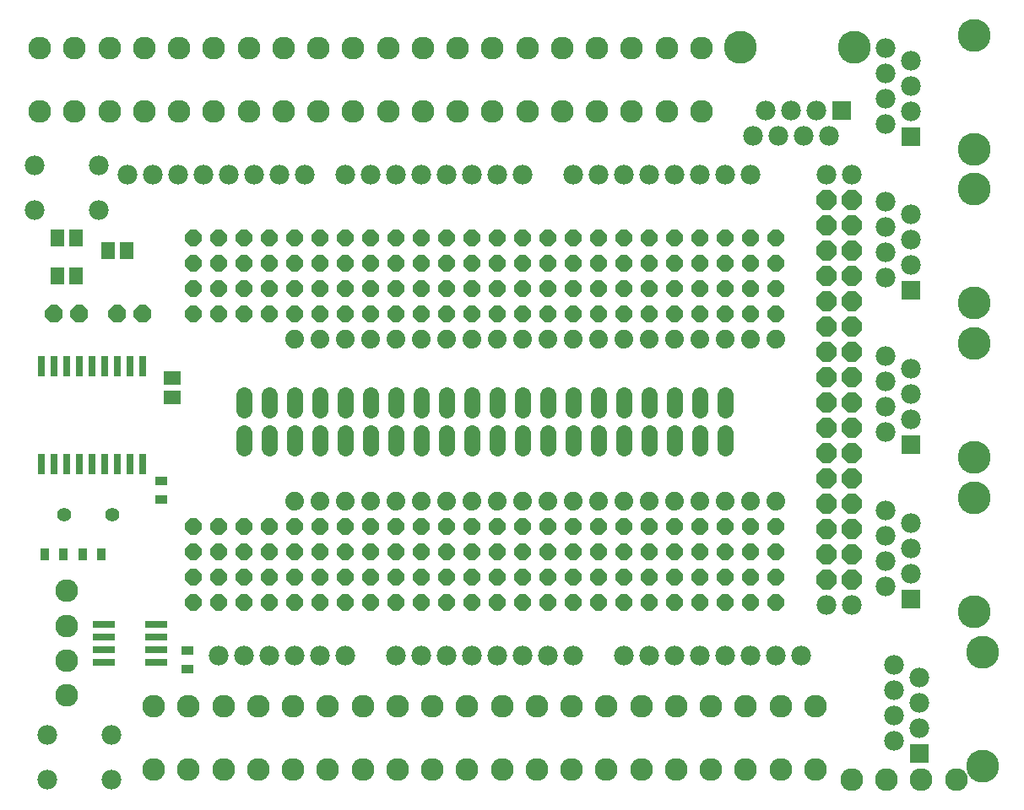
<source format=gbs>
G75*
%MOIN*%
%OFA0B0*%
%FSLAX25Y25*%
%IPPOS*%
%LPD*%
%AMOC8*
5,1,8,0,0,1.08239X$1,22.5*
%
%ADD10C,0.06400*%
%ADD11R,0.03550X0.05124*%
%ADD12C,0.09000*%
%ADD13OC8,0.06400*%
%ADD14OC8,0.07000*%
%ADD15R,0.05518X0.06699*%
%ADD16C,0.07800*%
%ADD17R,0.03000X0.08400*%
%ADD18R,0.09100X0.02800*%
%ADD19OC8,0.07800*%
%ADD20C,0.07400*%
%ADD21C,0.05600*%
%ADD22R,0.05124X0.03550*%
%ADD23R,0.06699X0.05518*%
%ADD24R,0.07800X0.07800*%
%ADD25C,0.12998*%
D10*
X0145000Y0146198D02*
X0145000Y0152198D01*
X0155000Y0152198D02*
X0155000Y0146198D01*
X0165000Y0146198D02*
X0165000Y0152198D01*
X0175000Y0152198D02*
X0175000Y0146198D01*
X0185000Y0146198D02*
X0185000Y0152198D01*
X0195000Y0152198D02*
X0195000Y0146198D01*
X0205000Y0146198D02*
X0205000Y0152198D01*
X0215000Y0152198D02*
X0215000Y0146198D01*
X0225000Y0146198D02*
X0225000Y0152198D01*
X0235000Y0152198D02*
X0235000Y0146198D01*
X0245000Y0146198D02*
X0245000Y0152198D01*
X0245000Y0161198D02*
X0245000Y0167198D01*
X0235000Y0167198D02*
X0235000Y0161198D01*
X0225000Y0161198D02*
X0225000Y0167198D01*
X0215000Y0167198D02*
X0215000Y0161198D01*
X0205000Y0161198D02*
X0205000Y0167198D01*
X0195000Y0167198D02*
X0195000Y0161198D01*
X0185000Y0161198D02*
X0185000Y0167198D01*
X0175000Y0167198D02*
X0175000Y0161198D01*
X0165000Y0161198D02*
X0165000Y0167198D01*
X0155000Y0167198D02*
X0155000Y0161198D01*
X0145000Y0161198D02*
X0145000Y0167198D01*
X0255000Y0167198D02*
X0255000Y0161198D01*
X0265000Y0161198D02*
X0265000Y0167198D01*
X0275000Y0167198D02*
X0275000Y0161198D01*
X0285000Y0161198D02*
X0285000Y0167198D01*
X0295000Y0167198D02*
X0295000Y0161198D01*
X0305000Y0161198D02*
X0305000Y0167198D01*
X0315000Y0167198D02*
X0315000Y0161198D01*
X0325000Y0161198D02*
X0325000Y0167198D01*
X0335000Y0167198D02*
X0335000Y0161198D01*
X0335000Y0152198D02*
X0335000Y0146198D01*
X0325000Y0146198D02*
X0325000Y0152198D01*
X0315000Y0152198D02*
X0315000Y0146198D01*
X0305000Y0146198D02*
X0305000Y0152198D01*
X0295000Y0152198D02*
X0295000Y0146198D01*
X0285000Y0146198D02*
X0285000Y0152198D01*
X0275000Y0152198D02*
X0275000Y0146198D01*
X0265000Y0146198D02*
X0265000Y0152198D01*
X0255000Y0152198D02*
X0255000Y0146198D01*
D11*
X0088543Y0104198D03*
X0081457Y0104198D03*
X0073543Y0104198D03*
X0066457Y0104198D03*
D12*
X0075000Y0089867D03*
X0075000Y0076088D03*
X0075000Y0062308D03*
X0075000Y0048529D03*
X0109331Y0044198D03*
X0123110Y0044198D03*
X0136890Y0044198D03*
X0150669Y0044198D03*
X0164331Y0044198D03*
X0178110Y0044198D03*
X0191890Y0044198D03*
X0205669Y0044198D03*
X0219331Y0044198D03*
X0233110Y0044198D03*
X0246890Y0044198D03*
X0260669Y0044198D03*
X0274331Y0044198D03*
X0288110Y0044198D03*
X0301890Y0044198D03*
X0315669Y0044198D03*
X0329331Y0044198D03*
X0343110Y0044198D03*
X0356890Y0044198D03*
X0370669Y0044198D03*
X0370669Y0019198D03*
X0356890Y0019198D03*
X0343110Y0019198D03*
X0329331Y0019198D03*
X0315669Y0019198D03*
X0301890Y0019198D03*
X0288110Y0019198D03*
X0274331Y0019198D03*
X0260669Y0019198D03*
X0246890Y0019198D03*
X0233110Y0019198D03*
X0219331Y0019198D03*
X0205669Y0019198D03*
X0191890Y0019198D03*
X0178110Y0019198D03*
X0164331Y0019198D03*
X0150669Y0019198D03*
X0136890Y0019198D03*
X0123110Y0019198D03*
X0109331Y0019198D03*
X0384900Y0015423D03*
X0398679Y0015423D03*
X0412459Y0015423D03*
X0426238Y0015423D03*
X0325669Y0279198D03*
X0311890Y0279198D03*
X0298110Y0279198D03*
X0284331Y0279198D03*
X0270669Y0279198D03*
X0256890Y0279198D03*
X0243110Y0279198D03*
X0229331Y0279198D03*
X0215669Y0279198D03*
X0201890Y0279198D03*
X0188110Y0279198D03*
X0174331Y0279198D03*
X0160669Y0279198D03*
X0146890Y0279198D03*
X0133110Y0279198D03*
X0119331Y0279198D03*
X0105669Y0279198D03*
X0091890Y0279198D03*
X0078110Y0279198D03*
X0064331Y0279198D03*
X0064331Y0304198D03*
X0078110Y0304198D03*
X0091890Y0304198D03*
X0105669Y0304198D03*
X0119331Y0304198D03*
X0133110Y0304198D03*
X0146890Y0304198D03*
X0160669Y0304198D03*
X0174331Y0304198D03*
X0188110Y0304198D03*
X0201890Y0304198D03*
X0215669Y0304198D03*
X0229331Y0304198D03*
X0243110Y0304198D03*
X0256890Y0304198D03*
X0270669Y0304198D03*
X0284331Y0304198D03*
X0298110Y0304198D03*
X0311890Y0304198D03*
X0325669Y0304198D03*
D13*
X0325000Y0229198D03*
X0315000Y0229198D03*
X0305000Y0229198D03*
X0295000Y0229198D03*
X0285000Y0229198D03*
X0275000Y0229198D03*
X0265000Y0229198D03*
X0255000Y0229198D03*
X0255000Y0219198D03*
X0255000Y0209198D03*
X0265000Y0209198D03*
X0275000Y0209198D03*
X0285000Y0209198D03*
X0295000Y0209198D03*
X0305000Y0209198D03*
X0315000Y0209198D03*
X0325000Y0209198D03*
X0335000Y0209198D03*
X0345000Y0209198D03*
X0355000Y0209198D03*
X0355000Y0219198D03*
X0345000Y0219198D03*
X0335000Y0219198D03*
X0325000Y0219198D03*
X0315000Y0219198D03*
X0305000Y0219198D03*
X0295000Y0219198D03*
X0285000Y0219198D03*
X0275000Y0219198D03*
X0265000Y0219198D03*
X0265000Y0199198D03*
X0255000Y0199198D03*
X0245000Y0199198D03*
X0235000Y0199198D03*
X0225000Y0199198D03*
X0215000Y0199198D03*
X0205000Y0199198D03*
X0195000Y0199198D03*
X0185000Y0199198D03*
X0175000Y0199198D03*
X0165000Y0199198D03*
X0155000Y0199198D03*
X0145000Y0199198D03*
X0135000Y0199198D03*
X0125000Y0199198D03*
X0125000Y0209198D03*
X0135000Y0209198D03*
X0145000Y0209198D03*
X0155000Y0209198D03*
X0165000Y0209198D03*
X0175000Y0209198D03*
X0185000Y0209198D03*
X0195000Y0209198D03*
X0205000Y0209198D03*
X0215000Y0209198D03*
X0225000Y0209198D03*
X0235000Y0209198D03*
X0245000Y0209198D03*
X0245000Y0219198D03*
X0235000Y0219198D03*
X0225000Y0219198D03*
X0215000Y0219198D03*
X0205000Y0219198D03*
X0195000Y0219198D03*
X0185000Y0219198D03*
X0175000Y0219198D03*
X0165000Y0219198D03*
X0155000Y0219198D03*
X0145000Y0219198D03*
X0135000Y0219198D03*
X0125000Y0219198D03*
X0125000Y0229198D03*
X0135000Y0229198D03*
X0145000Y0229198D03*
X0155000Y0229198D03*
X0165000Y0229198D03*
X0175000Y0229198D03*
X0185000Y0229198D03*
X0195000Y0229198D03*
X0205000Y0229198D03*
X0215000Y0229198D03*
X0225000Y0229198D03*
X0235000Y0229198D03*
X0245000Y0229198D03*
X0275000Y0199198D03*
X0285000Y0199198D03*
X0295000Y0199198D03*
X0305000Y0199198D03*
X0315000Y0199198D03*
X0325000Y0199198D03*
X0335000Y0199198D03*
X0345000Y0199198D03*
X0355000Y0199198D03*
X0355000Y0229198D03*
X0345000Y0229198D03*
X0335000Y0229198D03*
X0335000Y0115327D03*
X0325000Y0115327D03*
X0315000Y0115327D03*
X0305000Y0115327D03*
X0295000Y0115327D03*
X0285000Y0115327D03*
X0275000Y0115327D03*
X0265000Y0115327D03*
X0255000Y0115327D03*
X0245000Y0115327D03*
X0235000Y0115327D03*
X0225000Y0115327D03*
X0215000Y0115327D03*
X0205000Y0115327D03*
X0195000Y0115327D03*
X0185000Y0115327D03*
X0175000Y0115327D03*
X0165000Y0115327D03*
X0155000Y0115327D03*
X0145000Y0115327D03*
X0135000Y0115327D03*
X0125000Y0115327D03*
X0125000Y0105327D03*
X0135000Y0105327D03*
X0145000Y0105327D03*
X0155000Y0105327D03*
X0165000Y0105327D03*
X0175000Y0105327D03*
X0185000Y0105327D03*
X0195000Y0105327D03*
X0205000Y0105327D03*
X0215000Y0105327D03*
X0225000Y0105327D03*
X0235000Y0105327D03*
X0245000Y0105327D03*
X0255000Y0105327D03*
X0265000Y0105327D03*
X0275000Y0105327D03*
X0285000Y0105327D03*
X0295000Y0105327D03*
X0305000Y0105327D03*
X0315000Y0105327D03*
X0325000Y0105327D03*
X0335000Y0105327D03*
X0345000Y0105327D03*
X0355000Y0105327D03*
X0355000Y0115327D03*
X0345000Y0115327D03*
X0345000Y0095327D03*
X0335000Y0095327D03*
X0325000Y0095327D03*
X0315000Y0095327D03*
X0305000Y0095327D03*
X0295000Y0095327D03*
X0285000Y0095327D03*
X0275000Y0095327D03*
X0265000Y0095327D03*
X0255000Y0095327D03*
X0245000Y0095327D03*
X0235000Y0095327D03*
X0225000Y0095327D03*
X0215000Y0095327D03*
X0205000Y0095327D03*
X0195000Y0095327D03*
X0185000Y0095327D03*
X0175000Y0095327D03*
X0165000Y0095327D03*
X0155000Y0095327D03*
X0145000Y0095327D03*
X0135000Y0095327D03*
X0125000Y0095327D03*
X0125000Y0085327D03*
X0135000Y0085327D03*
X0145000Y0085327D03*
X0155000Y0085327D03*
X0165000Y0085327D03*
X0175000Y0085327D03*
X0185000Y0085327D03*
X0195000Y0085327D03*
X0205000Y0085327D03*
X0215000Y0085327D03*
X0225000Y0085327D03*
X0235000Y0085327D03*
X0245000Y0085327D03*
X0255000Y0085327D03*
X0265000Y0085327D03*
X0275000Y0085327D03*
X0285000Y0085327D03*
X0295000Y0085327D03*
X0305000Y0085327D03*
X0315000Y0085327D03*
X0325000Y0085327D03*
X0335000Y0085327D03*
X0345000Y0085327D03*
X0355000Y0085327D03*
X0355000Y0095327D03*
D14*
X0105000Y0199198D03*
X0095000Y0199198D03*
X0080000Y0199198D03*
X0070000Y0199198D03*
D15*
X0071260Y0214198D03*
X0078740Y0214198D03*
X0091260Y0224198D03*
X0098740Y0224198D03*
X0078740Y0229198D03*
X0071260Y0229198D03*
D16*
X0067200Y0015298D03*
X0067200Y0033098D03*
X0092800Y0033098D03*
X0092800Y0015298D03*
X0135000Y0064198D03*
X0145000Y0064198D03*
X0155000Y0064198D03*
X0165000Y0064198D03*
X0175000Y0064198D03*
X0185000Y0064198D03*
X0205000Y0064198D03*
X0215000Y0064198D03*
X0225000Y0064198D03*
X0235000Y0064198D03*
X0245000Y0064198D03*
X0255000Y0064198D03*
X0265000Y0064198D03*
X0275000Y0064198D03*
X0295000Y0064198D03*
X0305000Y0064198D03*
X0315000Y0064198D03*
X0325000Y0064198D03*
X0335000Y0064198D03*
X0345000Y0064198D03*
X0355000Y0064198D03*
X0365000Y0064198D03*
X0375000Y0084198D03*
X0385000Y0084198D03*
X0398280Y0091585D03*
X0408280Y0096585D03*
X0398280Y0101585D03*
X0408280Y0106585D03*
X0398280Y0111585D03*
X0398280Y0121585D03*
X0408280Y0116585D03*
X0398264Y0152485D03*
X0408264Y0157485D03*
X0398264Y0162485D03*
X0408264Y0167485D03*
X0408264Y0177485D03*
X0398264Y0172485D03*
X0398264Y0182485D03*
X0398200Y0213517D03*
X0408200Y0218517D03*
X0398200Y0223517D03*
X0408200Y0228517D03*
X0398200Y0233517D03*
X0398200Y0243517D03*
X0408200Y0238517D03*
X0385000Y0254198D03*
X0375000Y0254198D03*
X0376064Y0269514D03*
X0366064Y0269514D03*
X0356064Y0269514D03*
X0346064Y0269514D03*
X0351064Y0279514D03*
X0361064Y0279514D03*
X0371064Y0279514D03*
X0398327Y0284372D03*
X0408327Y0279372D03*
X0398327Y0274372D03*
X0408327Y0289372D03*
X0408327Y0299372D03*
X0398327Y0294372D03*
X0398327Y0304372D03*
X0345000Y0254198D03*
X0335000Y0254198D03*
X0325000Y0254198D03*
X0315000Y0254198D03*
X0305000Y0254198D03*
X0295000Y0254198D03*
X0285000Y0254198D03*
X0275000Y0254198D03*
X0255000Y0254198D03*
X0245000Y0254198D03*
X0235000Y0254198D03*
X0225000Y0254198D03*
X0215000Y0254198D03*
X0205000Y0254198D03*
X0195000Y0254198D03*
X0185000Y0254198D03*
X0169000Y0254198D03*
X0159000Y0254198D03*
X0149000Y0254198D03*
X0139000Y0254198D03*
X0129000Y0254198D03*
X0119000Y0254198D03*
X0109000Y0254198D03*
X0099000Y0254198D03*
X0087800Y0258098D03*
X0087800Y0240298D03*
X0062200Y0240298D03*
X0062200Y0258098D03*
X0401819Y0060781D03*
X0411819Y0055781D03*
X0401819Y0050781D03*
X0411819Y0045781D03*
X0401819Y0040781D03*
X0411819Y0035781D03*
X0401819Y0030781D03*
D17*
X0105000Y0139898D03*
X0100000Y0139898D03*
X0095000Y0139898D03*
X0090000Y0139898D03*
X0085000Y0139898D03*
X0080000Y0139898D03*
X0075000Y0139898D03*
X0070000Y0139898D03*
X0065000Y0139898D03*
X0065000Y0178498D03*
X0070000Y0178498D03*
X0075000Y0178498D03*
X0080000Y0178498D03*
X0085000Y0178498D03*
X0090000Y0178498D03*
X0095000Y0178498D03*
X0100000Y0178498D03*
X0105000Y0178498D03*
D18*
X0110300Y0076698D03*
X0110300Y0071698D03*
X0110300Y0066698D03*
X0110300Y0061698D03*
X0089700Y0061698D03*
X0089700Y0066698D03*
X0089700Y0071698D03*
X0089700Y0076698D03*
D19*
X0375000Y0094198D03*
X0385000Y0094198D03*
X0385000Y0104198D03*
X0375000Y0104198D03*
X0375000Y0114198D03*
X0385000Y0114198D03*
X0385000Y0124198D03*
X0375000Y0124198D03*
X0375000Y0134198D03*
X0385000Y0134198D03*
X0385000Y0144198D03*
X0375000Y0144198D03*
X0375000Y0154198D03*
X0385000Y0154198D03*
X0385000Y0164198D03*
X0375000Y0164198D03*
X0375000Y0174198D03*
X0385000Y0174198D03*
X0385000Y0184198D03*
X0375000Y0184198D03*
X0375000Y0194198D03*
X0385000Y0194198D03*
X0385000Y0204198D03*
X0375000Y0204198D03*
X0375000Y0214198D03*
X0385000Y0214198D03*
X0385000Y0224198D03*
X0375000Y0224198D03*
X0375000Y0234198D03*
X0385000Y0234198D03*
X0385000Y0244198D03*
X0375000Y0244198D03*
D20*
X0355000Y0189198D03*
X0345000Y0189198D03*
X0335000Y0189198D03*
X0325000Y0189198D03*
X0315000Y0189198D03*
X0305000Y0189198D03*
X0295000Y0189198D03*
X0285000Y0189198D03*
X0275000Y0189198D03*
X0265000Y0189198D03*
X0255000Y0189198D03*
X0245000Y0189198D03*
X0235000Y0189198D03*
X0225000Y0189198D03*
X0215000Y0189198D03*
X0205000Y0189198D03*
X0195000Y0189198D03*
X0185000Y0189198D03*
X0175000Y0189198D03*
X0165000Y0189198D03*
X0165000Y0125327D03*
X0175000Y0125327D03*
X0185000Y0125327D03*
X0195000Y0125327D03*
X0205000Y0125327D03*
X0215000Y0125327D03*
X0225000Y0125327D03*
X0235000Y0125327D03*
X0245000Y0125327D03*
X0255000Y0125327D03*
X0265000Y0125327D03*
X0275000Y0125327D03*
X0285000Y0125327D03*
X0295000Y0125327D03*
X0305000Y0125327D03*
X0315000Y0125327D03*
X0325000Y0125327D03*
X0335000Y0125327D03*
X0345000Y0125327D03*
X0355000Y0125327D03*
D21*
X0093041Y0119884D03*
X0074041Y0119884D03*
D22*
X0112190Y0126126D03*
X0112190Y0133212D03*
X0122662Y0066216D03*
X0122662Y0059129D03*
D23*
X0116519Y0166453D03*
X0116519Y0173933D03*
D24*
X0381064Y0279514D03*
X0408327Y0269372D03*
X0408200Y0208517D03*
X0408264Y0147485D03*
X0408280Y0086585D03*
X0411819Y0025781D03*
D25*
X0436819Y0020781D03*
X0436819Y0065781D03*
X0433280Y0081585D03*
X0433280Y0126585D03*
X0433264Y0142485D03*
X0433264Y0187485D03*
X0433200Y0203517D03*
X0433200Y0248517D03*
X0433327Y0264372D03*
X0386064Y0304514D03*
X0341064Y0304514D03*
X0433327Y0309372D03*
M02*

</source>
